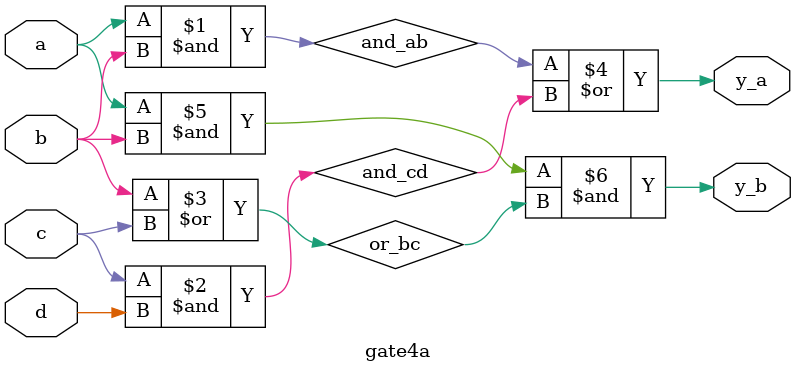
<source format=v>
module gate4a(
    input a,
    input b,
    input c,
    input d,
    output y_a,
    output y_b
    );
    
wire and_ab;
wire and_cd, or_bc;

assign and_ab = a & b;
assign and_cd = c & d;
assign or_bc = b | c;
    
assign y_a = (and_ab | and_cd);
assign y_b = (a & b) & or_bc;
        
endmodule

</source>
